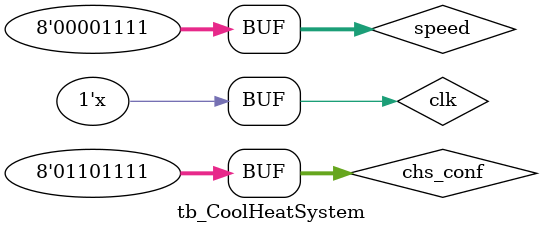
<source format=v>
`timescale 1ns / 1ps


module tb_CoolHeatSystem;

	// Inputs
	reg [7:0] chs_conf;
	reg [7:0] speed;
	reg clk = 0;

	// Outputs
	wire [3:0] chs_power;
	wire chs_mode;
	wire pwm_data;

	// Instantiate the Unit Under Test (UUT)
	CoolHeatSystem uut (
		.chs_conf(chs_conf), 
		.speed(speed), 
		.clk(clk), 
		.chs_power(chs_power), 
		.chs_mode(chs_mode), 
		.pwm_data(pwm_data)
	);
	
	always #25 clk=~clk;
	initial begin
		// Initialize Inputs
		chs_conf = 0;
		speed = 0;

		// Wait 100 ns for global reset to finish
		// #100;
        
		// Add stimulus here
		
		chs_conf = 8'b1101011;
		speed = 8'b00000111;
		#500;
		chs_conf = 8'b1101111;
		speed = 8'b00001111;
		#500;
	end
      
endmodule


</source>
